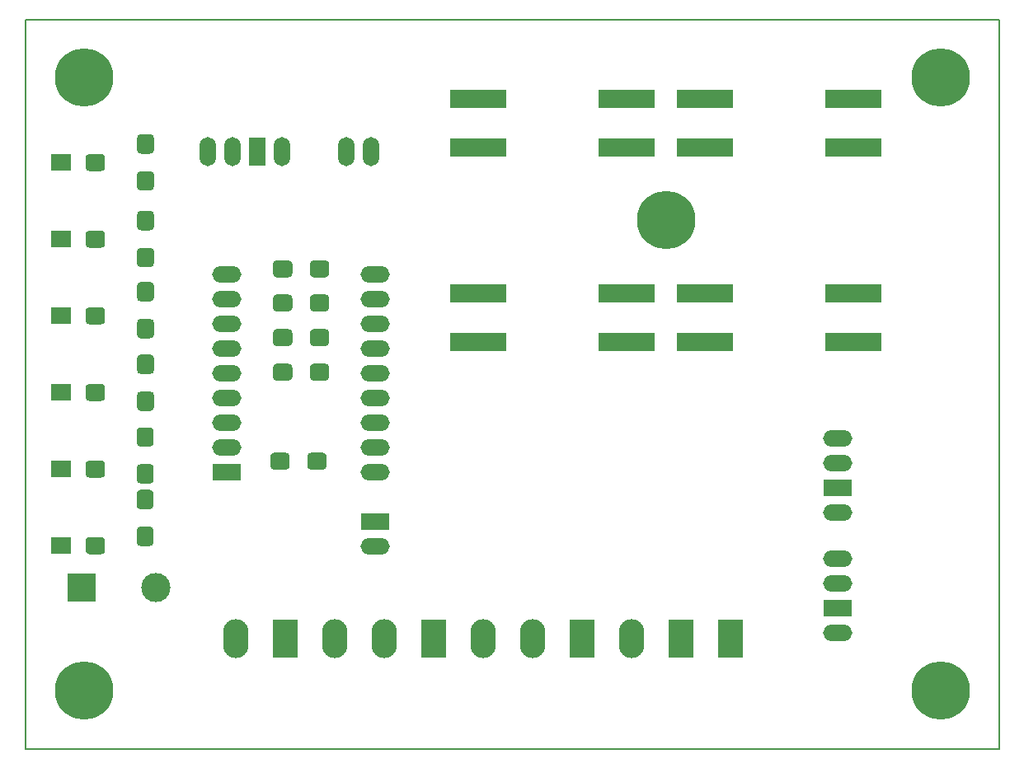
<source format=gts>
%TF.GenerationSoftware,KiCad,Pcbnew,5.1.10*%
%TF.CreationDate,2021-09-02T20:29:26+02:00*%
%TF.ProjectId,Termostato-Diferencial-Mini,5465726d-6f73-4746-9174-6f2d44696665,rev?*%
%TF.SameCoordinates,PX9e11d20PY4c6afd0*%
%TF.FileFunction,Soldermask,Top*%
%TF.FilePolarity,Negative*%
%FSLAX45Y45*%
G04 Gerber Fmt 4.5, Leading zero omitted, Abs format (unit mm)*
G04 Created by KiCad (PCBNEW 5.1.10) date 2021-09-02 20:29:26*
%MOMM*%
%LPD*%
G01*
G04 APERTURE LIST*
%TA.AperFunction,Profile*%
%ADD10C,0.200000*%
%TD*%
%ADD11R,2.000000X1.750000*%
%ADD12O,3.000000X1.700000*%
%ADD13R,3.000000X1.700000*%
%ADD14C,6.000000*%
%ADD15O,1.700000X3.000000*%
%ADD16R,1.700000X3.000000*%
%ADD17C,3.000000*%
%ADD18R,3.000000X3.000000*%
%ADD19O,2.600000X4.000000*%
%ADD20R,2.600000X4.000000*%
%ADD21R,5.798000X1.850000*%
G04 APERTURE END LIST*
D10*
X4998980Y3747000D02*
X-4998900Y3747000D01*
X4999100Y-3746890D02*
X4998980Y3747000D01*
X-4998780Y-3746890D02*
X4999100Y-3746890D01*
X-4998780Y-3746890D02*
X-4998900Y3747000D01*
%TO.C,R_L_C_R1*%
G36*
G01*
X-3720890Y-1665150D02*
X-3818190Y-1665150D01*
G75*
G02*
X-3857040Y-1626300I0J38850D01*
G01*
X-3857040Y-1504000D01*
G75*
G02*
X-3818190Y-1465150I38850J0D01*
G01*
X-3720890Y-1465150D01*
G75*
G02*
X-3682040Y-1504000I0J-38850D01*
G01*
X-3682040Y-1626300D01*
G75*
G02*
X-3720890Y-1665150I-38850J0D01*
G01*
G37*
G36*
G01*
X-3720890Y-1286650D02*
X-3818190Y-1286650D01*
G75*
G02*
X-3857040Y-1247800I0J38850D01*
G01*
X-3857040Y-1125500D01*
G75*
G02*
X-3818190Y-1086650I38850J0D01*
G01*
X-3720890Y-1086650D01*
G75*
G02*
X-3682040Y-1125500I0J-38850D01*
G01*
X-3682040Y-1247800D01*
G75*
G02*
X-3720890Y-1286650I-38850J0D01*
G01*
G37*
%TD*%
%TO.C,R_TEMP1*%
G36*
G01*
X-2483810Y-841130D02*
X-2483810Y-743830D01*
G75*
G02*
X-2444960Y-704980I38850J0D01*
G01*
X-2322660Y-704980D01*
G75*
G02*
X-2283810Y-743830I0J-38850D01*
G01*
X-2283810Y-841130D01*
G75*
G02*
X-2322660Y-879980I-38850J0D01*
G01*
X-2444960Y-879980D01*
G75*
G02*
X-2483810Y-841130I0J38850D01*
G01*
G37*
G36*
G01*
X-2105310Y-841130D02*
X-2105310Y-743830D01*
G75*
G02*
X-2066460Y-704980I38850J0D01*
G01*
X-1944160Y-704980D01*
G75*
G02*
X-1905310Y-743830I0J-38850D01*
G01*
X-1905310Y-841130D01*
G75*
G02*
X-1944160Y-879980I-38850J0D01*
G01*
X-2066460Y-879980D01*
G75*
G02*
X-2105310Y-841130I0J38850D01*
G01*
G37*
%TD*%
%TO.C,R_D1*%
G36*
G01*
X-2456630Y73270D02*
X-2456630Y170570D01*
G75*
G02*
X-2417780Y209420I38850J0D01*
G01*
X-2295480Y209420D01*
G75*
G02*
X-2256630Y170570I0J-38850D01*
G01*
X-2256630Y73270D01*
G75*
G02*
X-2295480Y34420I-38850J0D01*
G01*
X-2417780Y34420D01*
G75*
G02*
X-2456630Y73270I0J38850D01*
G01*
G37*
G36*
G01*
X-2078130Y73270D02*
X-2078130Y170570D01*
G75*
G02*
X-2039280Y209420I38850J0D01*
G01*
X-1916980Y209420D01*
G75*
G02*
X-1878130Y170570I0J-38850D01*
G01*
X-1878130Y73270D01*
G75*
G02*
X-1916980Y34420I-38850J0D01*
G01*
X-2039280Y34420D01*
G75*
G02*
X-2078130Y73270I0J38850D01*
G01*
G37*
%TD*%
%TO.C,R_BK1*%
G36*
G01*
X-2456630Y428870D02*
X-2456630Y526170D01*
G75*
G02*
X-2417780Y565020I38850J0D01*
G01*
X-2295480Y565020D01*
G75*
G02*
X-2256630Y526170I0J-38850D01*
G01*
X-2256630Y428870D01*
G75*
G02*
X-2295480Y390020I-38850J0D01*
G01*
X-2417780Y390020D01*
G75*
G02*
X-2456630Y428870I0J38850D01*
G01*
G37*
G36*
G01*
X-2078130Y428870D02*
X-2078130Y526170D01*
G75*
G02*
X-2039280Y565020I38850J0D01*
G01*
X-1916980Y565020D01*
G75*
G02*
X-1878130Y526170I0J-38850D01*
G01*
X-1878130Y428870D01*
G75*
G02*
X-1916980Y390020I-38850J0D01*
G01*
X-2039280Y390020D01*
G75*
G02*
X-2078130Y428870I0J38850D01*
G01*
G37*
%TD*%
%TO.C,R_U1*%
G36*
G01*
X-2456630Y784470D02*
X-2456630Y881770D01*
G75*
G02*
X-2417780Y920620I38850J0D01*
G01*
X-2295480Y920620D01*
G75*
G02*
X-2256630Y881770I0J-38850D01*
G01*
X-2256630Y784470D01*
G75*
G02*
X-2295480Y745620I-38850J0D01*
G01*
X-2417780Y745620D01*
G75*
G02*
X-2456630Y784470I0J38850D01*
G01*
G37*
G36*
G01*
X-2078130Y784470D02*
X-2078130Y881770D01*
G75*
G02*
X-2039280Y920620I38850J0D01*
G01*
X-1916980Y920620D01*
G75*
G02*
X-1878130Y881770I0J-38850D01*
G01*
X-1878130Y784470D01*
G75*
G02*
X-1916980Y745620I-38850J0D01*
G01*
X-2039280Y745620D01*
G75*
G02*
X-2078130Y784470I0J38850D01*
G01*
G37*
%TD*%
%TO.C,R_OK1*%
G36*
G01*
X-2456630Y1134990D02*
X-2456630Y1232290D01*
G75*
G02*
X-2417780Y1271140I38850J0D01*
G01*
X-2295480Y1271140D01*
G75*
G02*
X-2256630Y1232290I0J-38850D01*
G01*
X-2256630Y1134990D01*
G75*
G02*
X-2295480Y1096140I-38850J0D01*
G01*
X-2417780Y1096140D01*
G75*
G02*
X-2456630Y1134990I0J38850D01*
G01*
G37*
G36*
G01*
X-2078130Y1134990D02*
X-2078130Y1232290D01*
G75*
G02*
X-2039280Y1271140I38850J0D01*
G01*
X-1916980Y1271140D01*
G75*
G02*
X-1878130Y1232290I0J-38850D01*
G01*
X-1878130Y1134990D01*
G75*
G02*
X-1916980Y1096140I-38850J0D01*
G01*
X-2039280Y1096140D01*
G75*
G02*
X-2078130Y1134990I0J38850D01*
G01*
G37*
%TD*%
D11*
%TO.C,LED_REFRIGERADOR1*%
X-4636030Y-1660260D03*
G36*
G01*
X-4380030Y-1712760D02*
X-4380030Y-1607760D01*
G75*
G02*
X-4345030Y-1572760I35000J0D01*
G01*
X-4215030Y-1572760D01*
G75*
G02*
X-4180030Y-1607760I0J-35000D01*
G01*
X-4180030Y-1712760D01*
G75*
G02*
X-4215030Y-1747760I-35000J0D01*
G01*
X-4345030Y-1747760D01*
G75*
G02*
X-4380030Y-1712760I0J35000D01*
G01*
G37*
%TD*%
%TO.C,LED_CALENTADOR1*%
X-4636030Y-873260D03*
G36*
G01*
X-4380030Y-925760D02*
X-4380030Y-820760D01*
G75*
G02*
X-4345030Y-785760I35000J0D01*
G01*
X-4215030Y-785760D01*
G75*
G02*
X-4180030Y-820760I0J-35000D01*
G01*
X-4180030Y-925760D01*
G75*
G02*
X-4215030Y-960760I-35000J0D01*
G01*
X-4345030Y-960760D01*
G75*
G02*
X-4380030Y-925760I0J35000D01*
G01*
G37*
%TD*%
%TO.C,LED_PUMP_PULS1*%
X-4636030Y-85860D03*
G36*
G01*
X-4380030Y-138360D02*
X-4380030Y-33360D01*
G75*
G02*
X-4345030Y1640I35000J0D01*
G01*
X-4215030Y1640D01*
G75*
G02*
X-4180030Y-33360I0J-35000D01*
G01*
X-4180030Y-138360D01*
G75*
G02*
X-4215030Y-173360I-35000J0D01*
G01*
X-4345030Y-173360D01*
G75*
G02*
X-4380030Y-138360I0J35000D01*
G01*
G37*
%TD*%
%TO.C,LED_PUMP1*%
X-4636030Y701540D03*
G36*
G01*
X-4380030Y649040D02*
X-4380030Y754040D01*
G75*
G02*
X-4345030Y789040I35000J0D01*
G01*
X-4215030Y789040D01*
G75*
G02*
X-4180030Y754040I0J-35000D01*
G01*
X-4180030Y649040D01*
G75*
G02*
X-4215030Y614040I-35000J0D01*
G01*
X-4345030Y614040D01*
G75*
G02*
X-4380030Y649040I0J35000D01*
G01*
G37*
%TD*%
%TO.C,LED_LOOP1*%
X-4636030Y1488940D03*
G36*
G01*
X-4380030Y1436440D02*
X-4380030Y1541440D01*
G75*
G02*
X-4345030Y1576440I35000J0D01*
G01*
X-4215030Y1576440D01*
G75*
G02*
X-4180030Y1541440I0J-35000D01*
G01*
X-4180030Y1436440D01*
G75*
G02*
X-4215030Y1401440I-35000J0D01*
G01*
X-4345030Y1401440D01*
G75*
G02*
X-4380030Y1436440I0J35000D01*
G01*
G37*
%TD*%
%TO.C,LED_ALARMA1*%
X-4636030Y2276340D03*
G36*
G01*
X-4380030Y2223840D02*
X-4380030Y2328840D01*
G75*
G02*
X-4345030Y2363840I35000J0D01*
G01*
X-4215030Y2363840D01*
G75*
G02*
X-4180030Y2328840I0J-35000D01*
G01*
X-4180030Y2223840D01*
G75*
G02*
X-4215030Y2188840I-35000J0D01*
G01*
X-4345030Y2188840D01*
G75*
G02*
X-4380030Y2223840I0J35000D01*
G01*
G37*
%TD*%
%TO.C,R_L_C1*%
G36*
G01*
X-3719280Y-1022650D02*
X-3816580Y-1022650D01*
G75*
G02*
X-3855430Y-983800I0J38850D01*
G01*
X-3855430Y-861500D01*
G75*
G02*
X-3816580Y-822650I38850J0D01*
G01*
X-3719280Y-822650D01*
G75*
G02*
X-3680430Y-861500I0J-38850D01*
G01*
X-3680430Y-983800D01*
G75*
G02*
X-3719280Y-1022650I-38850J0D01*
G01*
G37*
G36*
G01*
X-3719280Y-644150D02*
X-3816580Y-644150D01*
G75*
G02*
X-3855430Y-605300I0J38850D01*
G01*
X-3855430Y-483000D01*
G75*
G02*
X-3816580Y-444150I38850J0D01*
G01*
X-3719280Y-444150D01*
G75*
G02*
X-3680430Y-483000I0J-38850D01*
G01*
X-3680430Y-605300D01*
G75*
G02*
X-3719280Y-644150I-38850J0D01*
G01*
G37*
%TD*%
%TO.C,R_L_P1*%
G36*
G01*
X-3716480Y-276250D02*
X-3813780Y-276250D01*
G75*
G02*
X-3852630Y-237400I0J38850D01*
G01*
X-3852630Y-115100D01*
G75*
G02*
X-3813780Y-76250I38850J0D01*
G01*
X-3716480Y-76250D01*
G75*
G02*
X-3677630Y-115100I0J-38850D01*
G01*
X-3677630Y-237400D01*
G75*
G02*
X-3716480Y-276250I-38850J0D01*
G01*
G37*
G36*
G01*
X-3716480Y102250D02*
X-3813780Y102250D01*
G75*
G02*
X-3852630Y141100I0J38850D01*
G01*
X-3852630Y263400D01*
G75*
G02*
X-3813780Y302250I38850J0D01*
G01*
X-3716480Y302250D01*
G75*
G02*
X-3677630Y263400I0J-38850D01*
G01*
X-3677630Y141100D01*
G75*
G02*
X-3716480Y102250I-38850J0D01*
G01*
G37*
%TD*%
%TO.C,R_L_B1*%
G36*
G01*
X-3813780Y1048250D02*
X-3716480Y1048250D01*
G75*
G02*
X-3677630Y1009400I0J-38850D01*
G01*
X-3677630Y887100D01*
G75*
G02*
X-3716480Y848250I-38850J0D01*
G01*
X-3813780Y848250D01*
G75*
G02*
X-3852630Y887100I0J38850D01*
G01*
X-3852630Y1009400D01*
G75*
G02*
X-3813780Y1048250I38850J0D01*
G01*
G37*
G36*
G01*
X-3813780Y669750D02*
X-3716480Y669750D01*
G75*
G02*
X-3677630Y630900I0J-38850D01*
G01*
X-3677630Y508600D01*
G75*
G02*
X-3716480Y469750I-38850J0D01*
G01*
X-3813780Y469750D01*
G75*
G02*
X-3852630Y508600I0J38850D01*
G01*
X-3852630Y630900D01*
G75*
G02*
X-3813780Y669750I38850J0D01*
G01*
G37*
%TD*%
%TO.C,R_L_W1*%
G36*
G01*
X-3813780Y1779190D02*
X-3716480Y1779190D01*
G75*
G02*
X-3677630Y1740340I0J-38850D01*
G01*
X-3677630Y1618040D01*
G75*
G02*
X-3716480Y1579190I-38850J0D01*
G01*
X-3813780Y1579190D01*
G75*
G02*
X-3852630Y1618040I0J38850D01*
G01*
X-3852630Y1740340D01*
G75*
G02*
X-3813780Y1779190I38850J0D01*
G01*
G37*
G36*
G01*
X-3813780Y1400690D02*
X-3716480Y1400690D01*
G75*
G02*
X-3677630Y1361840I0J-38850D01*
G01*
X-3677630Y1239540D01*
G75*
G02*
X-3716480Y1200690I-38850J0D01*
G01*
X-3813780Y1200690D01*
G75*
G02*
X-3852630Y1239540I0J38850D01*
G01*
X-3852630Y1361840D01*
G75*
G02*
X-3813780Y1400690I38850J0D01*
G01*
G37*
%TD*%
%TO.C,R_L_A1*%
G36*
G01*
X-3813780Y2566590D02*
X-3716480Y2566590D01*
G75*
G02*
X-3677630Y2527740I0J-38850D01*
G01*
X-3677630Y2405440D01*
G75*
G02*
X-3716480Y2366590I-38850J0D01*
G01*
X-3813780Y2366590D01*
G75*
G02*
X-3852630Y2405440I0J38850D01*
G01*
X-3852630Y2527740D01*
G75*
G02*
X-3813780Y2566590I38850J0D01*
G01*
G37*
G36*
G01*
X-3813780Y2188090D02*
X-3716480Y2188090D01*
G75*
G02*
X-3677630Y2149240I0J-38850D01*
G01*
X-3677630Y2026940D01*
G75*
G02*
X-3716480Y1988090I-38850J0D01*
G01*
X-3813780Y1988090D01*
G75*
G02*
X-3852630Y2026940I0J38850D01*
G01*
X-3852630Y2149240D01*
G75*
G02*
X-3813780Y2188090I38850J0D01*
G01*
G37*
%TD*%
D12*
%TO.C,RELE-3-4*%
X3345000Y-1793500D03*
X3345000Y-2047500D03*
D13*
X3345000Y-2301500D03*
D12*
X3345000Y-2555500D03*
%TD*%
%TO.C,RELE-1-2*%
X3345000Y-556500D03*
X3345000Y-810500D03*
D13*
X3345000Y-1064500D03*
D12*
X3345000Y-1318500D03*
%TD*%
%TO.C,ARDUINO_R1*%
X-1403290Y1127540D03*
X-1403290Y873540D03*
X-1403290Y619540D03*
X-1403290Y365540D03*
X-1403290Y111540D03*
X-1403290Y-142460D03*
X-1403290Y-396460D03*
X-1403290Y-650460D03*
X-1403290Y-904460D03*
D13*
X-1403290Y-1412460D03*
D12*
X-1403290Y-1666460D03*
%TD*%
%TO.C,ARDUINO_L1*%
X-2927290Y1127540D03*
X-2927290Y873540D03*
X-2927290Y619540D03*
X-2927290Y365540D03*
X-2927290Y111540D03*
X-2927290Y-142460D03*
X-2927290Y-396460D03*
X-2927290Y-650460D03*
D13*
X-2927290Y-904460D03*
%TD*%
D14*
%TO.C,TORNILLO-1*%
X4399100Y3147000D03*
%TD*%
D15*
%TO.C,I2C-LCD1*%
X-3123320Y2391500D03*
X-2869320Y2391500D03*
D16*
X-2615320Y2391500D03*
D15*
X-2361320Y2391500D03*
%TD*%
%TO.C,A4-A5*%
X-1446920Y2391500D03*
X-1700920Y2391500D03*
%TD*%
D17*
%TO.C,BUZZER1*%
X-3659600Y-2092960D03*
D18*
X-4419600Y-2092960D03*
%TD*%
D19*
%TO.C,BORNERA1*%
X-2838900Y-2614000D03*
D20*
X-2330900Y-2614000D03*
D19*
X-1822900Y-2614000D03*
X-1314900Y-2614000D03*
D20*
X-806900Y-2614000D03*
D19*
X-298900Y-2614000D03*
X209100Y-2614000D03*
D20*
X717100Y-2614000D03*
D19*
X1225100Y-2614000D03*
D20*
X1733100Y-2614000D03*
X2241100Y-2614000D03*
%TD*%
D14*
%TO.C,TORNILLO-3*%
X1577600Y1681600D03*
%TD*%
D21*
%TO.C,SW_OK1*%
X-351300Y2431700D03*
X-351300Y2931700D03*
X1173700Y2431700D03*
X1173700Y2931700D03*
%TD*%
D14*
%TO.C,TORNILLO-4*%
X-4398780Y-3146890D03*
%TD*%
%TO.C,TORNILLO-5*%
X4399100Y-3146890D03*
%TD*%
%TO.C,TORNILLO-1*%
X-4398900Y3147000D03*
%TD*%
D21*
%TO.C,SW_D1*%
X3506520Y931480D03*
X3506520Y431480D03*
X1981520Y931480D03*
X1981520Y431480D03*
%TD*%
%TO.C,SW_BK1*%
X1173700Y931480D03*
X1173700Y431480D03*
X-351300Y931480D03*
X-351300Y431480D03*
%TD*%
%TO.C,SW_U1*%
X1981520Y2431700D03*
X1981520Y2931700D03*
X3506520Y2431700D03*
X3506520Y2931700D03*
%TD*%
M02*

</source>
